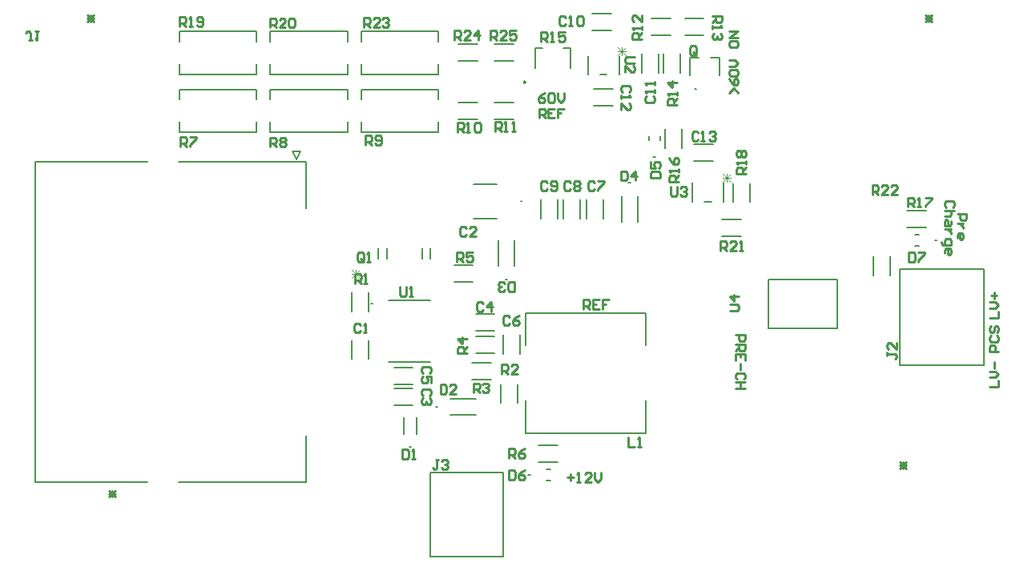
<source format=gto>
G04*
G04 #@! TF.GenerationSoftware,Altium Limited,Altium Designer,23.8.1 (32)*
G04*
G04 Layer_Color=65535*
%FSLAX25Y25*%
%MOIN*%
G70*
G04*
G04 #@! TF.SameCoordinates,BB991CD9-E61E-4A70-A8D9-3A71C13EE87A*
G04*
G04*
G04 #@! TF.FilePolarity,Positive*
G04*
G01*
G75*
%ADD10C,0.00787*%
%ADD11C,0.00600*%
%ADD12C,0.00500*%
%ADD13C,0.01000*%
%ADD14C,0.00300*%
D10*
X248205Y155224D02*
X247418D01*
X248205D01*
X140957Y105016D02*
X140170D01*
X140957D01*
X275590Y194173D02*
X274803D01*
X275590D01*
X258555Y165783D02*
X257768D01*
X258555D01*
X206532Y33700D02*
X205744D01*
X206532D01*
X168068Y62000D02*
X167280D01*
X168068D01*
X197106Y114976D02*
X196318D01*
X197106D01*
X375627Y131300D02*
X374839D01*
X375627D01*
X157106Y45250D02*
X156318D01*
X157106D01*
X260524Y172870D02*
Y174445D01*
X255799Y172870D02*
Y174445D01*
X213224Y31338D02*
X214799D01*
X213224Y36062D02*
X214799D01*
X366572Y133662D02*
X368146D01*
X366572Y128938D02*
X368146D01*
D11*
X204745Y197066D02*
X203995Y197499D01*
Y196633D01*
X204745Y197066D01*
X203112Y147500D02*
X202512D01*
X203112D01*
X360341Y79384D02*
X395388D01*
X360341Y119330D02*
X395388D01*
X360341Y79385D02*
Y119330D01*
X395388Y79385D02*
Y119330D01*
X305779Y94723D02*
Y114923D01*
X334379D01*
Y94723D02*
Y114923D01*
X305779Y94723D02*
X334379D01*
X274062Y147231D02*
Y155131D01*
X279082Y147231D02*
X281942D01*
X286962D02*
Y155131D01*
X230558Y200184D02*
Y208084D01*
X235578Y200184D02*
X238438D01*
X243458D02*
Y208084D01*
X208745Y202863D02*
Y211156D01*
X220405D02*
X223145D01*
Y202863D02*
Y211156D01*
X208745D02*
X211485D01*
X164870Y-429D02*
Y34620D01*
X195170D01*
Y-429D02*
Y34620D01*
X164870Y-429D02*
X195170D01*
X98395Y200333D02*
Y204623D01*
Y218233D02*
X130495D01*
X98395Y213943D02*
Y218233D01*
Y200333D02*
X130495D01*
Y204623D01*
Y213943D02*
Y218233D01*
X60595Y200333D02*
Y204623D01*
Y218233D02*
X92695D01*
X60595Y213943D02*
Y218233D01*
Y200333D02*
X92695D01*
Y204623D01*
Y213943D02*
Y218233D01*
X130495Y189777D02*
Y194067D01*
Y176167D02*
Y180457D01*
X98395Y176167D02*
X130495D01*
X98395Y189777D02*
Y194067D01*
X130495D01*
X98395Y176167D02*
Y180457D01*
X168295Y189776D02*
Y194066D01*
Y176166D02*
Y180456D01*
X136195Y176166D02*
X168295D01*
X136195Y189776D02*
Y194066D01*
X168295D01*
X136195Y176166D02*
Y180456D01*
Y200333D02*
Y204623D01*
Y218233D02*
X168295D01*
X136195Y213943D02*
Y218233D01*
Y200333D02*
X168295D01*
Y204623D01*
Y213943D02*
Y218233D01*
X182859Y154700D02*
X192564D01*
X182859Y140300D02*
X192564D01*
X92695Y189777D02*
Y194067D01*
Y176167D02*
Y180457D01*
X60595Y176167D02*
X92695D01*
X60595Y189777D02*
Y194067D01*
X92695D01*
X60595Y176167D02*
Y180457D01*
X204462Y50900D02*
Y64539D01*
Y101100D02*
X254662D01*
X204462Y87461D02*
Y101100D01*
Y50900D02*
X254662D01*
Y64539D01*
Y87461D02*
Y101100D01*
X164978Y123600D02*
Y127790D01*
X146946Y123600D02*
Y127790D01*
X161478Y123600D02*
Y127790D01*
X143446Y123600D02*
Y127790D01*
D12*
X251158Y138885D02*
Y149515D01*
X244465Y138885D02*
Y149515D01*
X147650Y106295D02*
X164973D01*
X147650Y80705D02*
X164973D01*
X176772Y212953D02*
X184646D01*
X176772Y205945D02*
X184646D01*
X191772Y212953D02*
X199646D01*
X191772Y205945D02*
X199646D01*
X270794Y223620D02*
X278668D01*
X270794Y216613D02*
X278668D01*
X256956Y223620D02*
X264830D01*
X256956Y216613D02*
X264830D01*
X262047Y200945D02*
Y208819D01*
X269055Y200945D02*
Y208819D01*
X272996Y200079D02*
Y207165D01*
X276736D01*
X285272Y200079D02*
Y207165D01*
X281532D02*
X285272D01*
X259803Y200945D02*
Y208819D01*
X252795Y200945D02*
Y208819D01*
X262657Y169720D02*
Y177594D01*
X269665Y169720D02*
Y177594D01*
X232343Y225551D02*
X240217D01*
X232343Y218543D02*
X240217D01*
X107677Y168236D02*
X110827D01*
X107677D02*
X109252Y165087D01*
X110827Y168236D01*
X748Y30768D02*
Y163917D01*
X113307Y30768D02*
Y50098D01*
Y144587D02*
Y163917D01*
X60433D02*
X113307D01*
X60433Y30768D02*
X113307D01*
X748D02*
X47441D01*
X748Y163917D02*
X47441D01*
X233071Y194154D02*
X240945D01*
X233071Y187146D02*
X240945D01*
X229908Y140361D02*
Y148235D01*
X236916Y140361D02*
Y148235D01*
X274606Y171319D02*
X282480D01*
X274606Y164311D02*
X282480D01*
X290886Y147106D02*
Y154980D01*
X297894Y147106D02*
Y154980D01*
X286319Y139921D02*
X294193D01*
X286319Y132913D02*
X294193D01*
X209975Y46104D02*
X217849D01*
X209975Y39096D02*
X217849D01*
X176772Y181634D02*
X184646D01*
X176772Y188642D02*
X184646D01*
X174875Y120804D02*
X182749D01*
X174875Y113796D02*
X182749D01*
X220358Y140361D02*
Y148235D01*
X227366Y140361D02*
Y148235D01*
X210808Y140361D02*
Y148235D01*
X217816Y140361D02*
Y148235D01*
X173383Y65346D02*
X184013D01*
X173383Y58654D02*
X184013D01*
X182294Y73296D02*
X190168D01*
X182294Y80304D02*
X190168D01*
X193365Y120685D02*
Y131315D01*
X200058Y120685D02*
Y131315D01*
X202316Y83944D02*
Y91818D01*
X195308Y83944D02*
Y91818D01*
X194429Y63484D02*
Y71358D01*
X201437Y63484D02*
Y71358D01*
X183869Y84396D02*
X191743D01*
X183869Y91404D02*
X191743D01*
X183869Y100504D02*
X191743D01*
X183869Y93496D02*
X191743D01*
X349435Y116682D02*
Y124556D01*
X356443Y116682D02*
Y124556D01*
X363422Y136496D02*
X371296D01*
X363422Y143504D02*
X371296D01*
X149856Y71196D02*
X157730D01*
X149856Y78204D02*
X157730D01*
X149856Y62696D02*
X157730D01*
X149856Y69704D02*
X157730D01*
X132323Y81863D02*
Y89737D01*
X139331Y81863D02*
Y89737D01*
Y101614D02*
Y109488D01*
X132323Y101614D02*
Y109488D01*
X191772Y181634D02*
X199646D01*
X191772Y188642D02*
X199646D01*
X159389Y50457D02*
Y57543D01*
X154035Y50457D02*
Y57543D01*
D13*
X222112Y32668D02*
X224736D01*
X223424Y33980D02*
Y31356D01*
X226048Y30700D02*
X227360D01*
X226704D01*
Y34636D01*
X226048Y33980D01*
X231951Y30700D02*
X229327D01*
X231951Y33324D01*
Y33980D01*
X231295Y34636D01*
X229983D01*
X229327Y33980D01*
X233263Y34636D02*
Y32012D01*
X234575Y30700D01*
X235887Y32012D01*
Y34636D01*
X212679Y192633D02*
X211367Y191977D01*
X210055Y190665D01*
Y189353D01*
X210711Y188697D01*
X212023D01*
X212679Y189353D01*
Y190009D01*
X212023Y190665D01*
X210055D01*
X213991Y191977D02*
X214647Y192633D01*
X215959D01*
X216615Y191977D01*
Y189353D01*
X215959Y188697D01*
X214647D01*
X213991Y189353D01*
Y191977D01*
X217927Y192633D02*
Y190009D01*
X219238Y188697D01*
X220550Y190009D01*
Y192633D01*
X292043Y91815D02*
X295979D01*
Y89847D01*
X295323Y89191D01*
X294011D01*
X293355Y89847D01*
Y91815D01*
X292043Y87879D02*
X295979D01*
Y85911D01*
X295323Y85255D01*
X294011D01*
X293355Y85911D01*
Y87879D01*
Y86567D02*
X292043Y85255D01*
X295979Y81320D02*
Y83943D01*
X292043D01*
Y81320D01*
X294011Y83943D02*
Y82632D01*
Y80008D02*
Y77384D01*
X295323Y73448D02*
X295979Y74104D01*
Y75416D01*
X295323Y76072D01*
X292699D01*
X292043Y75416D01*
Y74104D01*
X292699Y73448D01*
X295979Y72136D02*
X292043D01*
X294011D01*
Y69512D01*
X295979D01*
X292043D01*
X397494Y70200D02*
X401430D01*
Y72824D01*
X397494Y74136D02*
X400118D01*
X401430Y75448D01*
X400118Y76760D01*
X397494D01*
X399462Y78071D02*
Y80695D01*
X210172Y182142D02*
Y186077D01*
X212140D01*
X212796Y185422D01*
Y184110D01*
X212140Y183454D01*
X210172D01*
X211484D02*
X212796Y182142D01*
X216732Y186077D02*
X214108D01*
Y182142D01*
X216732D01*
X214108Y184110D02*
X215420D01*
X220668Y186077D02*
X218044D01*
Y184110D01*
X219356D01*
X218044D01*
Y182142D01*
X397494Y99000D02*
X401430D01*
Y101624D01*
X397494Y102936D02*
X400118D01*
X401430Y104248D01*
X400118Y105560D01*
X397494D01*
X399462Y106871D02*
Y109495D01*
X398150Y108183D02*
X400774D01*
X382231Y145076D02*
X382887Y145732D01*
Y147044D01*
X382231Y147700D01*
X379607D01*
X378951Y147044D01*
Y145732D01*
X379607Y145076D01*
X382887Y143764D02*
X378951D01*
X380919D01*
X381575Y143108D01*
Y141796D01*
X380919Y141140D01*
X378951D01*
X381575Y139173D02*
Y137861D01*
X380919Y137205D01*
X378951D01*
Y139173D01*
X379607Y139829D01*
X380263Y139173D01*
Y137205D01*
X381575Y135893D02*
X378951D01*
X380263D01*
X380919Y135237D01*
X381575Y134581D01*
Y133925D01*
X377639Y130645D02*
Y129989D01*
X378295Y129333D01*
X381575D01*
Y131301D01*
X380919Y131957D01*
X379607D01*
X378951Y131301D01*
Y129333D01*
Y126053D02*
Y127365D01*
X379607Y128021D01*
X380919D01*
X381575Y127365D01*
Y126053D01*
X380919Y125398D01*
X380263D01*
Y128021D01*
X401430Y85100D02*
X397494D01*
Y87068D01*
X398150Y87724D01*
X399462D01*
X400118Y87068D01*
Y85100D01*
X398150Y91660D02*
X397494Y91004D01*
Y89692D01*
X398150Y89036D01*
X400774D01*
X401430Y89692D01*
Y91004D01*
X400774Y91660D01*
X398150Y95595D02*
X397494Y94939D01*
Y93627D01*
X398150Y92971D01*
X398806D01*
X399462Y93627D01*
Y94939D01*
X400118Y95595D01*
X400774D01*
X401430Y94939D01*
Y93627D01*
X400774Y92971D01*
X228712Y102600D02*
Y106536D01*
X230680D01*
X231336Y105880D01*
Y104568D01*
X230680Y103912D01*
X228712D01*
X230024D02*
X231336Y102600D01*
X235271Y106536D02*
X232648D01*
Y102600D01*
X235271D01*
X232648Y104568D02*
X233960D01*
X239207Y106536D02*
X236583D01*
Y104568D01*
X237895D01*
X236583D01*
Y102600D01*
X384139Y142200D02*
X388075D01*
Y140232D01*
X387419Y139576D01*
X386107D01*
X385451Y140232D01*
Y142200D01*
X386763Y138264D02*
X384139D01*
X385451D01*
X386107Y137608D01*
X386763Y136952D01*
Y136296D01*
X384139Y132361D02*
Y133673D01*
X384795Y134328D01*
X386107D01*
X386763Y133673D01*
Y132361D01*
X386107Y131705D01*
X385451D01*
Y134328D01*
X293094Y192535D02*
X291127Y194503D01*
X289159Y192535D01*
Y198439D02*
X289815Y197127D01*
X291127Y195815D01*
X292439D01*
X293094Y196471D01*
Y197783D01*
X292439Y198439D01*
X291783D01*
X291127Y197783D01*
Y195815D01*
X289815Y199751D02*
X289159Y200407D01*
Y201719D01*
X289815Y202375D01*
X292439D01*
X293094Y201719D01*
Y200407D01*
X292439Y199751D01*
X289815D01*
X289159Y203687D02*
X291783D01*
X293094Y204999D01*
X291783Y206311D01*
X289159D01*
Y213526D02*
Y212214D01*
X289815Y211558D01*
X292439D01*
X293094Y212214D01*
Y213526D01*
X292439Y214182D01*
X289815D01*
X289159Y213526D01*
X293094Y215494D02*
X289159D01*
X293094Y218118D01*
X289159D01*
X289469Y101937D02*
X292749D01*
X293405Y102593D01*
Y103905D01*
X292749Y104561D01*
X289469D01*
X293405Y107840D02*
X289469D01*
X291437Y105872D01*
Y108496D01*
X168438Y39960D02*
X167127D01*
X167783D01*
Y36680D01*
X167127Y36024D01*
X166471D01*
X165815Y36680D01*
X169750Y39304D02*
X170406Y39960D01*
X171718D01*
X172374Y39304D01*
Y38648D01*
X171718Y37992D01*
X171062D01*
X171718D01*
X172374Y37336D01*
Y36680D01*
X171718Y36024D01*
X170406D01*
X169750Y36680D01*
X354922Y84679D02*
Y83367D01*
Y84023D01*
X358202D01*
X358858Y83367D01*
Y82711D01*
X358202Y82055D01*
X358858Y88614D02*
Y85991D01*
X356234Y88614D01*
X355578D01*
X354922Y87959D01*
Y86647D01*
X355578Y85991D01*
X-776Y214464D02*
X-2088D01*
X-1432D01*
Y217744D01*
X-2088Y218400D01*
X-2744D01*
X-3400Y217744D01*
X536Y218400D02*
X1848D01*
X1192D01*
Y214464D01*
X536Y215120D01*
X190098Y214627D02*
Y218563D01*
X192066D01*
X192722Y217907D01*
Y216595D01*
X192066Y215939D01*
X190098D01*
X191410D02*
X192722Y214627D01*
X196658D02*
X194034D01*
X196658Y217251D01*
Y217907D01*
X196002Y218563D01*
X194690D01*
X194034Y217907D01*
X200594Y218563D02*
X197970D01*
Y216595D01*
X199282Y217251D01*
X199938D01*
X200594Y216595D01*
Y215283D01*
X199938Y214627D01*
X198626D01*
X197970Y215283D01*
X175073Y214627D02*
Y218563D01*
X177041D01*
X177697Y217907D01*
Y216595D01*
X177041Y215939D01*
X175073D01*
X176385D02*
X177697Y214627D01*
X181633D02*
X179009D01*
X181633Y217251D01*
Y217907D01*
X180977Y218563D01*
X179665D01*
X179009Y217907D01*
X184913Y214627D02*
Y218563D01*
X182945Y216595D01*
X185568D01*
X98203Y219784D02*
Y223720D01*
X100171D01*
X100827Y223064D01*
Y221752D01*
X100171Y221096D01*
X98203D01*
X99515D02*
X100827Y219784D01*
X104763D02*
X102139D01*
X104763Y222408D01*
Y223064D01*
X104107Y223720D01*
X102795D01*
X102139Y223064D01*
X106075D02*
X106731Y223720D01*
X108043D01*
X108699Y223064D01*
Y220440D01*
X108043Y219784D01*
X106731D01*
X106075Y220440D01*
Y223064D01*
X60577Y220276D02*
Y224212D01*
X62545D01*
X63201Y223556D01*
Y222244D01*
X62545Y221588D01*
X60577D01*
X61889D02*
X63201Y220276D01*
X64513D02*
X65825D01*
X65169D01*
Y224212D01*
X64513Y223556D01*
X67792Y220932D02*
X68448Y220276D01*
X69760D01*
X70416Y220932D01*
Y223556D01*
X69760Y224212D01*
X68448D01*
X67792Y223556D01*
Y222900D01*
X68448Y222244D01*
X70416D01*
X264929Y153504D02*
Y150224D01*
X265585Y149569D01*
X266897D01*
X267553Y150224D01*
Y153504D01*
X268865Y152848D02*
X269521Y153504D01*
X270832D01*
X271488Y152848D01*
Y152192D01*
X270832Y151536D01*
X270177D01*
X270832D01*
X271488Y150881D01*
Y150224D01*
X270832Y149569D01*
X269521D01*
X268865Y150224D01*
X22400Y224880D02*
X25024Y222256D01*
X22400D02*
X25024Y224880D01*
X22400Y223568D02*
X25024D01*
X23712Y222256D02*
Y224880D01*
X31300Y27080D02*
X33924Y24456D01*
X31300D02*
X33924Y27080D01*
X31300Y25768D02*
X33924D01*
X32612Y24456D02*
Y27080D01*
X370900Y224880D02*
X373524Y222256D01*
X370900D02*
X373524Y224880D01*
X370900Y223568D02*
X373524D01*
X372212Y222256D02*
Y224880D01*
X360300Y38780D02*
X362924Y36156D01*
X360300D02*
X362924Y38780D01*
X360300Y37468D02*
X362924D01*
X361612Y36156D02*
Y38780D01*
X296259Y158860D02*
X292323D01*
Y160828D01*
X292979Y161484D01*
X294291D01*
X294947Y160828D01*
Y158860D01*
Y160172D02*
X296259Y161484D01*
Y162796D02*
Y164108D01*
Y163452D01*
X292323D01*
X292979Y162796D01*
Y166075D02*
X292323Y166731D01*
Y168043D01*
X292979Y168699D01*
X293635D01*
X294291Y168043D01*
X294947Y168699D01*
X295603D01*
X296259Y168043D01*
Y166731D01*
X295603Y166075D01*
X294947D01*
X294291Y166731D01*
X293635Y166075D01*
X292979D01*
X294291Y166731D02*
Y168043D01*
X363720Y145132D02*
Y149068D01*
X365688D01*
X366343Y148412D01*
Y147100D01*
X365688Y146444D01*
X363720D01*
X365032D02*
X366343Y145132D01*
X367655D02*
X368967D01*
X368311D01*
Y149068D01*
X367655Y148412D01*
X370935Y149068D02*
X373559D01*
Y148412D01*
X370935Y145788D01*
Y145132D01*
X364060Y126268D02*
Y122332D01*
X366027D01*
X366683Y122988D01*
Y125612D01*
X366027Y126268D01*
X364060D01*
X367995D02*
X370619D01*
Y125612D01*
X367995Y122988D01*
Y122332D01*
X249901Y207709D02*
X246621D01*
X245965Y207053D01*
Y205741D01*
X246621Y205085D01*
X249901D01*
X245965Y201149D02*
Y203773D01*
X248589Y201149D01*
X249245D01*
X249901Y201805D01*
Y203117D01*
X249245Y203773D01*
X137241Y219913D02*
Y223849D01*
X139208D01*
X139864Y223193D01*
Y221881D01*
X139208Y221225D01*
X137241D01*
X138552D02*
X139864Y219913D01*
X143800D02*
X141176D01*
X143800Y222537D01*
Y223193D01*
X143144Y223849D01*
X141832D01*
X141176Y223193D01*
X145112D02*
X145768Y223849D01*
X147080D01*
X147736Y223193D01*
Y222537D01*
X147080Y221881D01*
X146424D01*
X147080D01*
X147736Y221225D01*
Y220569D01*
X147080Y219913D01*
X145768D01*
X145112Y220569D01*
X285763Y126871D02*
Y130806D01*
X287731D01*
X288387Y130150D01*
Y128839D01*
X287731Y128183D01*
X285763D01*
X287074D02*
X288387Y126871D01*
X292322D02*
X289698D01*
X292322Y129495D01*
Y130150D01*
X291666Y130806D01*
X290354D01*
X289698Y130150D01*
X293634Y126871D02*
X294946D01*
X294290D01*
Y130806D01*
X293634Y130150D01*
X268229Y155737D02*
X264294D01*
Y157705D01*
X264949Y158361D01*
X266261D01*
X266917Y157705D01*
Y155737D01*
Y157049D02*
X268229Y158361D01*
Y159673D02*
Y160985D01*
Y160329D01*
X264294D01*
X264949Y159673D01*
X264294Y165576D02*
X264949Y164264D01*
X266261Y162952D01*
X267573D01*
X268229Y163609D01*
Y164920D01*
X267573Y165576D01*
X266917D01*
X266261Y164920D01*
Y162952D01*
X211059Y213949D02*
Y217885D01*
X213027D01*
X213683Y217229D01*
Y215917D01*
X213027Y215261D01*
X211059D01*
X212371D02*
X213683Y213949D01*
X214995D02*
X216307D01*
X215651D01*
Y217885D01*
X214995Y217229D01*
X220898Y217885D02*
X218275D01*
Y215917D01*
X219586Y216573D01*
X220242D01*
X220898Y215917D01*
Y214605D01*
X220242Y213949D01*
X218931D01*
X218275Y214605D01*
X267716Y187698D02*
X263780D01*
Y189666D01*
X264436Y190322D01*
X265748D01*
X266404Y189666D01*
Y187698D01*
Y189010D02*
X267716Y190322D01*
Y191634D02*
Y192946D01*
Y192290D01*
X263780D01*
X264436Y191634D01*
X267716Y196882D02*
X263780D01*
X265748Y194914D01*
Y197538D01*
X282282Y224636D02*
X286217D01*
Y222668D01*
X285561Y222012D01*
X284250D01*
X283594Y222668D01*
Y224636D01*
Y223324D02*
X282282Y222012D01*
Y220701D02*
Y219389D01*
Y220044D01*
X286217D01*
X285561Y220701D01*
Y217421D02*
X286217Y216765D01*
Y215453D01*
X285561Y214797D01*
X284906D01*
X284250Y215453D01*
Y216109D01*
Y215453D01*
X283594Y214797D01*
X282938D01*
X282282Y215453D01*
Y216765D01*
X282938Y217421D01*
X252980Y214997D02*
X249044D01*
Y216965D01*
X249700Y217621D01*
X251012D01*
X251668Y216965D01*
Y214997D01*
Y216309D02*
X252980Y217621D01*
Y218933D02*
Y220245D01*
Y219589D01*
X249044D01*
X249700Y218933D01*
X252980Y224836D02*
Y222212D01*
X250356Y224836D01*
X249700D01*
X249044Y224180D01*
Y222868D01*
X249700Y222212D01*
X191845Y176569D02*
Y180505D01*
X193813D01*
X194469Y179849D01*
Y178537D01*
X193813Y177881D01*
X191845D01*
X193157D02*
X194469Y176569D01*
X195781D02*
X197093D01*
X196437D01*
Y180505D01*
X195781Y179849D01*
X199060Y176569D02*
X200372D01*
X199716D01*
Y180505D01*
X199060Y179849D01*
X176183Y176182D02*
Y180117D01*
X178151D01*
X178806Y179462D01*
Y178150D01*
X178151Y177494D01*
X176183D01*
X177495D02*
X178806Y176182D01*
X180118D02*
X181430D01*
X180774D01*
Y180117D01*
X180118Y179462D01*
X183398D02*
X184054Y180117D01*
X185366D01*
X186022Y179462D01*
Y176838D01*
X185366Y176182D01*
X184054D01*
X183398Y176838D01*
Y179462D01*
X138028Y170846D02*
Y174782D01*
X139996D01*
X140652Y174126D01*
Y172814D01*
X139996Y172158D01*
X138028D01*
X139340D02*
X140652Y170846D01*
X141964Y171502D02*
X142620Y170846D01*
X143931D01*
X144588Y171502D01*
Y174126D01*
X143931Y174782D01*
X142620D01*
X141964Y174126D01*
Y173470D01*
X142620Y172814D01*
X144588D01*
X98393Y170148D02*
Y174084D01*
X100361D01*
X101017Y173428D01*
Y172116D01*
X100361Y171460D01*
X98393D01*
X99705D02*
X101017Y170148D01*
X102329Y173428D02*
X102985Y174084D01*
X104297D01*
X104953Y173428D01*
Y172772D01*
X104297Y172116D01*
X104953Y171460D01*
Y170804D01*
X104297Y170148D01*
X102985D01*
X102329Y170804D01*
Y171460D01*
X102985Y172116D01*
X102329Y172772D01*
Y173428D01*
X102985Y172116D02*
X104297D01*
X60964Y170249D02*
Y174184D01*
X62932D01*
X63588Y173528D01*
Y172216D01*
X62932Y171561D01*
X60964D01*
X62276D02*
X63588Y170249D01*
X64900Y174184D02*
X67524D01*
Y173528D01*
X64900Y170905D01*
Y170249D01*
X197713Y40732D02*
Y44668D01*
X199681D01*
X200337Y44012D01*
Y42700D01*
X199681Y42044D01*
X197713D01*
X199025D02*
X200337Y40732D01*
X204273Y44668D02*
X202961Y44012D01*
X201649Y42700D01*
Y41388D01*
X202305Y40732D01*
X203617D01*
X204273Y41388D01*
Y42044D01*
X203617Y42700D01*
X201649D01*
X175932Y122232D02*
Y126168D01*
X177900D01*
X178556Y125512D01*
Y124200D01*
X177900Y123544D01*
X175932D01*
X177244D02*
X178556Y122232D01*
X182492Y126168D02*
X179868D01*
Y124200D01*
X181180Y124856D01*
X181836D01*
X182492Y124200D01*
Y122888D01*
X181836Y122232D01*
X180524D01*
X179868Y122888D01*
X180373Y84320D02*
X176438D01*
Y86288D01*
X177094Y86944D01*
X178405D01*
X179061Y86288D01*
Y84320D01*
Y85632D02*
X180373Y86944D01*
Y90224D02*
X176438D01*
X178405Y88256D01*
Y90880D01*
X182832Y67832D02*
Y71768D01*
X184800D01*
X185456Y71112D01*
Y69800D01*
X184800Y69144D01*
X182832D01*
X184144D02*
X185456Y67832D01*
X186768Y71112D02*
X187424Y71768D01*
X188736D01*
X189392Y71112D01*
Y70456D01*
X188736Y69800D01*
X188080D01*
X188736D01*
X189392Y69144D01*
Y68488D01*
X188736Y67832D01*
X187424D01*
X186768Y68488D01*
X194752Y75690D02*
Y79625D01*
X196720D01*
X197376Y78969D01*
Y77658D01*
X196720Y77002D01*
X194752D01*
X196064D02*
X197376Y75690D01*
X201311D02*
X198688D01*
X201311Y78313D01*
Y78969D01*
X200655Y79625D01*
X199343D01*
X198688Y78969D01*
X133503Y113183D02*
Y117119D01*
X135471D01*
X136127Y116463D01*
Y115151D01*
X135471Y114495D01*
X133503D01*
X134815D02*
X136127Y113183D01*
X137439D02*
X138751D01*
X138095D01*
Y117119D01*
X137439Y116463D01*
X275646Y209010D02*
Y211634D01*
X274990Y212290D01*
X273678D01*
X273022Y211634D01*
Y209010D01*
X273678Y208354D01*
X274990D01*
X274334Y209666D02*
X275646Y208354D01*
X274990D02*
X275646Y209010D01*
X247288Y49168D02*
Y45232D01*
X249912D01*
X251224D02*
X252536D01*
X251880D01*
Y49168D01*
X251224Y48512D01*
X197775Y35668D02*
Y31732D01*
X199743D01*
X200399Y32388D01*
Y35012D01*
X199743Y35668D01*
X197775D01*
X204335D02*
X203023Y35012D01*
X201711Y33700D01*
Y32388D01*
X202367Y31732D01*
X203679D01*
X204335Y32388D01*
Y33044D01*
X203679Y33700D01*
X201711D01*
X256593Y157377D02*
X260529D01*
Y159345D01*
X259873Y160001D01*
X257249D01*
X256593Y159345D01*
Y157377D01*
Y163936D02*
Y161313D01*
X258561D01*
X257905Y162625D01*
Y163280D01*
X258561Y163936D01*
X259873D01*
X260529Y163280D01*
Y161969D01*
X259873Y161313D01*
X244432Y160068D02*
Y156132D01*
X246400D01*
X247056Y156788D01*
Y159412D01*
X246400Y160068D01*
X244432D01*
X250336Y156132D02*
Y160068D01*
X248368Y158100D01*
X250992D01*
X199992Y110032D02*
Y113968D01*
X198024D01*
X197368Y113312D01*
Y110688D01*
X198024Y110032D01*
X199992D01*
X196056Y110688D02*
X195400Y110032D01*
X194088D01*
X193432Y110688D01*
Y111344D01*
X194088Y112000D01*
X194744D01*
X194088D01*
X193432Y112656D01*
Y113312D01*
X194088Y113968D01*
X195400D01*
X196056Y113312D01*
X169132Y71268D02*
Y67332D01*
X171100D01*
X171756Y67988D01*
Y70612D01*
X171100Y71268D01*
X169132D01*
X175692Y67332D02*
X173068D01*
X175692Y69956D01*
Y70612D01*
X175036Y71268D01*
X173724D01*
X173068Y70612D01*
X153388Y44268D02*
Y40332D01*
X155356D01*
X156012Y40988D01*
Y43612D01*
X155356Y44268D01*
X153388D01*
X157324Y40332D02*
X158636D01*
X157980D01*
Y44268D01*
X157324Y43612D01*
X276448Y176027D02*
X275792Y176683D01*
X274480D01*
X273824Y176027D01*
Y173403D01*
X274480Y172747D01*
X275792D01*
X276448Y173403D01*
X277759Y172747D02*
X279071D01*
X278415D01*
Y176683D01*
X277759Y176027D01*
X281039D02*
X281695Y176683D01*
X283007D01*
X283663Y176027D01*
Y175371D01*
X283007Y174715D01*
X282351D01*
X283007D01*
X283663Y174059D01*
Y173403D01*
X283007Y172747D01*
X281695D01*
X281039Y173403D01*
X247701Y192946D02*
X248357Y193601D01*
Y194913D01*
X247701Y195569D01*
X245077D01*
X244421Y194913D01*
Y193601D01*
X245077Y192946D01*
X244421Y191633D02*
Y190322D01*
Y190978D01*
X248357D01*
X247701Y191633D01*
X244421Y185730D02*
Y188354D01*
X247045Y185730D01*
X247701D01*
X248357Y186386D01*
Y187698D01*
X247701Y188354D01*
X254889Y191372D02*
X254233Y190716D01*
Y189404D01*
X254889Y188748D01*
X257513D01*
X258169Y189404D01*
Y190716D01*
X257513Y191372D01*
X258169Y192684D02*
Y193996D01*
Y193340D01*
X254233D01*
X254889Y192684D01*
X258169Y195964D02*
Y197275D01*
Y196620D01*
X254233D01*
X254889Y195964D01*
X221326Y223851D02*
X220670Y224507D01*
X219358D01*
X218702Y223851D01*
Y221227D01*
X219358Y220571D01*
X220670D01*
X221326Y221227D01*
X222638Y220571D02*
X223950D01*
X223294D01*
Y224507D01*
X222638Y223851D01*
X225918D02*
X226574Y224507D01*
X227886D01*
X228542Y223851D01*
Y221227D01*
X227886Y220571D01*
X226574D01*
X225918Y221227D01*
Y223851D01*
X213656Y155312D02*
X213000Y155968D01*
X211688D01*
X211032Y155312D01*
Y152688D01*
X211688Y152032D01*
X213000D01*
X213656Y152688D01*
X214968D02*
X215624Y152032D01*
X216936D01*
X217592Y152688D01*
Y155312D01*
X216936Y155968D01*
X215624D01*
X214968Y155312D01*
Y154656D01*
X215624Y154000D01*
X217592D01*
X223256Y155212D02*
X222600Y155868D01*
X221288D01*
X220632Y155212D01*
Y152588D01*
X221288Y151932D01*
X222600D01*
X223256Y152588D01*
X224568Y155212D02*
X225224Y155868D01*
X226536D01*
X227192Y155212D01*
Y154556D01*
X226536Y153900D01*
X227192Y153244D01*
Y152588D01*
X226536Y151932D01*
X225224D01*
X224568Y152588D01*
Y153244D01*
X225224Y153900D01*
X224568Y154556D01*
Y155212D01*
X225224Y153900D02*
X226536D01*
X233356Y155212D02*
X232700Y155868D01*
X231388D01*
X230732Y155212D01*
Y152588D01*
X231388Y151932D01*
X232700D01*
X233356Y152588D01*
X234668Y155868D02*
X237292D01*
Y155212D01*
X234668Y152588D01*
Y151932D01*
X198056Y99312D02*
X197400Y99968D01*
X196088D01*
X195432Y99312D01*
Y96688D01*
X196088Y96032D01*
X197400D01*
X198056Y96688D01*
X201992Y99968D02*
X200680Y99312D01*
X199368Y98000D01*
Y96688D01*
X200024Y96032D01*
X201336D01*
X201992Y96688D01*
Y97344D01*
X201336Y98000D01*
X199368D01*
X164624Y75856D02*
X165280Y76512D01*
Y77824D01*
X164624Y78480D01*
X162000D01*
X161344Y77824D01*
Y76512D01*
X162000Y75856D01*
X165280Y71920D02*
Y74544D01*
X163312D01*
X163968Y73232D01*
Y72576D01*
X163312Y71920D01*
X162000D01*
X161344Y72576D01*
Y73888D01*
X162000Y74544D01*
X187050Y105012D02*
X186394Y105668D01*
X185082D01*
X184426Y105012D01*
Y102388D01*
X185082Y101732D01*
X186394D01*
X187050Y102388D01*
X190329Y101732D02*
Y105668D01*
X188362Y103700D01*
X190985D01*
X164624Y66756D02*
X165280Y67412D01*
Y68724D01*
X164624Y69380D01*
X162000D01*
X161344Y68724D01*
Y67412D01*
X162000Y66756D01*
X164624Y65444D02*
X165280Y64788D01*
Y63476D01*
X164624Y62820D01*
X163968D01*
X163312Y63476D01*
Y64132D01*
Y63476D01*
X162656Y62820D01*
X162000D01*
X161344Y63476D01*
Y64788D01*
X162000Y65444D01*
X135827Y96075D02*
X135171Y96731D01*
X133859D01*
X133203Y96075D01*
Y93451D01*
X133859Y92795D01*
X135171D01*
X135827Y93451D01*
X137139Y92795D02*
X138451D01*
X137795D01*
Y96731D01*
X137139Y96075D01*
X180056Y136312D02*
X179400Y136968D01*
X178088D01*
X177432Y136312D01*
Y133688D01*
X178088Y133032D01*
X179400D01*
X180056Y133688D01*
X183992Y133032D02*
X181368D01*
X183992Y135656D01*
Y136312D01*
X183336Y136968D01*
X182024D01*
X181368Y136312D01*
X152396Y112007D02*
Y108728D01*
X153052Y108071D01*
X154364D01*
X155020Y108728D01*
Y112007D01*
X156332Y108071D02*
X157643D01*
X156988D01*
Y112007D01*
X156332Y111351D01*
X348792Y150332D02*
Y154268D01*
X350760D01*
X351415Y153612D01*
Y152300D01*
X350760Y151644D01*
X348792D01*
X350104D02*
X351415Y150332D01*
X355351D02*
X352727D01*
X355351Y152956D01*
Y153612D01*
X354695Y154268D01*
X353383D01*
X352727Y153612D01*
X359287Y150332D02*
X356663D01*
X359287Y152956D01*
Y153612D01*
X358631Y154268D01*
X357319D01*
X356663Y153612D01*
X137212Y123088D02*
Y125712D01*
X136556Y126368D01*
X135244D01*
X134588Y125712D01*
Y123088D01*
X135244Y122432D01*
X136556D01*
X135900Y123744D02*
X137212Y122432D01*
X136556D02*
X137212Y123088D01*
X138524Y122432D02*
X139836D01*
X139180D01*
Y126368D01*
X138524Y125712D01*
D14*
X289917Y158806D02*
X286585Y155474D01*
Y158806D02*
X289917Y155474D01*
X288251Y158806D02*
Y155474D01*
X286585Y157140D02*
X289917D01*
X246413Y211759D02*
X243081Y208427D01*
Y211759D02*
X246413Y208427D01*
X244747Y211759D02*
Y208427D01*
X243081Y210093D02*
X246413D01*
X132430Y118965D02*
X135763Y115633D01*
X132430D02*
X135763Y118965D01*
X132430Y117299D02*
X135763D01*
X134096Y115633D02*
Y118965D01*
M02*

</source>
